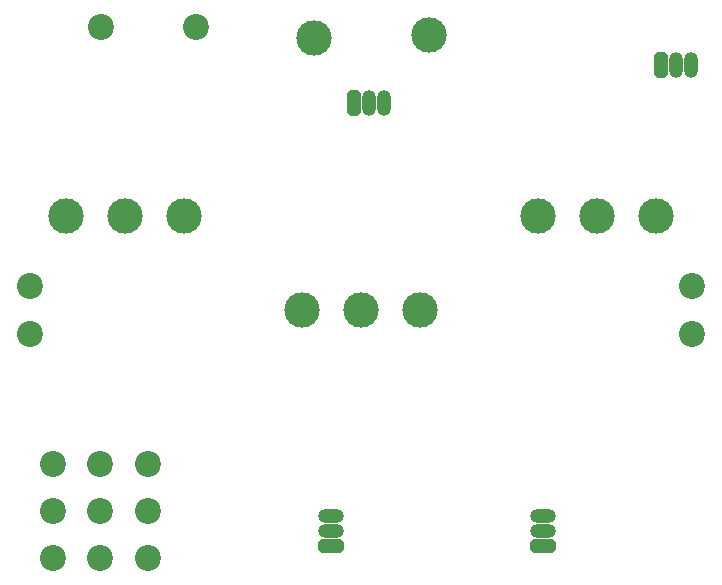
<source format=gbr>
G04 DipTrace 3.2.0.1*
G04 BottomMask.gbr*
%MOIN*%
G04 #@! TF.FileFunction,Soldermask,Bot*
G04 #@! TF.Part,Single*
%AMOUTLINE1*
4,1,8,
-0.023622,-0.031158,
-0.011473,-0.043307,
0.011473,-0.043307,
0.023622,-0.031158,
0.023622,0.031158,
0.011473,0.043307,
-0.011473,0.043307,
-0.023622,0.031158,
-0.023622,-0.031158,
0*%
%AMOUTLINE4*
4,1,8,
0.031158,-0.023622,
0.043307,-0.011473,
0.043307,0.011473,
0.031158,0.023622,
-0.031158,0.023622,
-0.043307,0.011473,
-0.043307,-0.011473,
-0.031158,-0.023622,
0.031158,-0.023622,
0*%
%ADD34O,0.086614X0.047244*%
%ADD36O,0.047244X0.086614*%
%ADD38C,0.11811*%
%ADD40C,0.086614*%
%ADD56OUTLINE1*%
%ADD59OUTLINE4*%
%FSLAX26Y26*%
G04*
G70*
G90*
G75*
G01*
G04 BotMask*
%LPD*%
D40*
X748031Y2362205D3*
X1062992D3*
X511811Y1496063D3*
Y1338583D3*
X2716535D3*
Y1496063D3*
D38*
X1456693Y2322835D3*
X1840551Y2332677D3*
D56*
X2616142Y2234252D3*
D36*
X2666142D3*
X2716142D3*
D59*
X2222441Y631890D3*
D34*
Y681890D3*
Y731890D3*
D59*
X1513780Y629921D3*
D34*
Y679921D3*
Y729921D3*
D56*
X1592520Y2106299D3*
D36*
X1642520D3*
X1692520D3*
D38*
X1614173Y1417323D3*
X1417323D3*
X1811024D3*
X826772Y1732283D3*
X629921D3*
X1023622D3*
X2401575D3*
X2204724D3*
X2598425D3*
D40*
X746063Y748031D3*
X903543D3*
Y905512D3*
X746063D3*
X588583D3*
Y748031D3*
Y590551D3*
X746063D3*
X903543D3*
M02*

</source>
